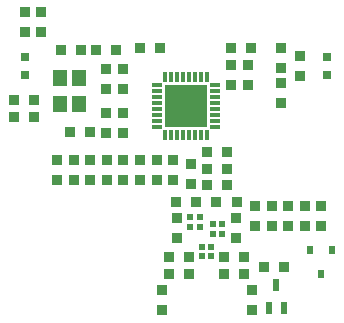
<source format=gtp>
G04 #@! TF.GenerationSoftware,KiCad,Pcbnew,7.0.7*
G04 #@! TF.CreationDate,2024-01-15T15:13:53+00:00*
G04 #@! TF.ProjectId,cardboard,63617264-626f-4617-9264-2e6b69636164,rev?*
G04 #@! TF.SameCoordinates,Original*
G04 #@! TF.FileFunction,Paste,Top*
G04 #@! TF.FilePolarity,Positive*
%FSLAX46Y46*%
G04 Gerber Fmt 4.6, Leading zero omitted, Abs format (unit mm)*
G04 Created by KiCad (PCBNEW 7.0.7) date 2024-01-15 15:13:53*
%MOMM*%
%LPD*%
G01*
G04 APERTURE LIST*
G04 Aperture macros list*
%AMRoundRect*
0 Rectangle with rounded corners*
0 $1 Rounding radius*
0 $2 $3 $4 $5 $6 $7 $8 $9 X,Y pos of 4 corners*
0 Add a 4 corners polygon primitive as box body*
4,1,4,$2,$3,$4,$5,$6,$7,$8,$9,$2,$3,0*
0 Add four circle primitives for the rounded corners*
1,1,$1+$1,$2,$3*
1,1,$1+$1,$4,$5*
1,1,$1+$1,$6,$7*
1,1,$1+$1,$8,$9*
0 Add four rect primitives between the rounded corners*
20,1,$1+$1,$2,$3,$4,$5,0*
20,1,$1+$1,$4,$5,$6,$7,0*
20,1,$1+$1,$6,$7,$8,$9,0*
20,1,$1+$1,$8,$9,$2,$3,0*%
G04 Aperture macros list end*
%ADD10RoundRect,0.225000X0.225000X-0.225000X0.225000X0.225000X-0.225000X0.225000X-0.225000X-0.225000X0*%
%ADD11R,0.600000X0.600000*%
%ADD12RoundRect,0.225000X-0.225000X0.225000X-0.225000X-0.225000X0.225000X-0.225000X0.225000X0.225000X0*%
%ADD13RoundRect,0.225000X-0.225000X-0.225000X0.225000X-0.225000X0.225000X0.225000X-0.225000X0.225000X0*%
%ADD14R,0.500000X1.000000*%
%ADD15R,1.200000X1.400000*%
%ADD16R,0.800000X0.800000*%
%ADD17RoundRect,0.225000X0.225000X0.225000X-0.225000X0.225000X-0.225000X-0.225000X0.225000X-0.225000X0*%
%ADD18R,0.600000X0.700000*%
%ADD19R,0.850000X0.300000*%
%ADD20R,0.300000X0.850000*%
%ADD21R,3.600000X3.600000*%
G04 APERTURE END LIST*
D10*
X92215000Y-60320000D03*
X92215000Y-58620000D03*
D11*
X107015000Y-75970000D03*
X107015000Y-76770000D03*
X106215000Y-76770000D03*
X106215000Y-75970000D03*
D12*
X111715000Y-75020000D03*
X111715000Y-76720000D03*
D13*
X104450000Y-79370000D03*
X106150000Y-79370000D03*
D14*
X112865000Y-83670000D03*
X114165000Y-83670000D03*
X113515000Y-81670000D03*
D13*
X109050000Y-80770000D03*
X110750000Y-80770000D03*
D15*
X95225000Y-64190000D03*
X96825000Y-64190000D03*
X95225000Y-66390000D03*
X96825000Y-66390000D03*
D10*
X109715000Y-64770000D03*
X109715000Y-63070000D03*
X99125000Y-68840000D03*
X99125000Y-67140000D03*
X115515000Y-64020000D03*
X115515000Y-62320000D03*
X105100000Y-77720000D03*
X105100000Y-76020000D03*
D12*
X103375000Y-71090000D03*
X103375000Y-72790000D03*
D13*
X104450000Y-80770000D03*
X106150000Y-80770000D03*
D10*
X115915000Y-76720000D03*
X115915000Y-75020000D03*
D12*
X114515000Y-75020000D03*
X114515000Y-76720000D03*
D10*
X113915000Y-63320000D03*
X113915000Y-61620000D03*
D13*
X95265000Y-61770000D03*
X96965000Y-61770000D03*
D10*
X106300000Y-73120000D03*
X106300000Y-71420000D03*
D13*
X109050000Y-79370000D03*
X110750000Y-79370000D03*
D12*
X110100000Y-76020000D03*
X110100000Y-77720000D03*
X94975000Y-71090000D03*
X94975000Y-72790000D03*
D16*
X117815000Y-62420000D03*
X117815000Y-63920000D03*
D17*
X99965000Y-61770000D03*
X98265000Y-61770000D03*
D10*
X111415000Y-83820000D03*
X111415000Y-82120000D03*
D11*
X107200000Y-78470000D03*
X108000000Y-78470000D03*
X108000000Y-79270000D03*
X107200000Y-79270000D03*
D12*
X104775000Y-71090000D03*
X104775000Y-72790000D03*
D10*
X100525000Y-65140000D03*
X100525000Y-63440000D03*
X113915000Y-66320000D03*
X113915000Y-64620000D03*
D17*
X103665000Y-61670000D03*
X101965000Y-61670000D03*
D13*
X107650000Y-71870000D03*
X109350000Y-71870000D03*
D17*
X92965000Y-67470000D03*
X91265000Y-67470000D03*
D10*
X100525000Y-68840000D03*
X100525000Y-67140000D03*
X93615000Y-60320000D03*
X93615000Y-58620000D03*
D13*
X105050000Y-74670000D03*
X106750000Y-74670000D03*
D12*
X99175000Y-71090000D03*
X99175000Y-72790000D03*
X96375000Y-71090000D03*
X96375000Y-72790000D03*
D17*
X97775000Y-68790000D03*
X96075000Y-68790000D03*
D10*
X103815000Y-83820000D03*
X103815000Y-82120000D03*
X117315000Y-76720000D03*
X117315000Y-75020000D03*
D12*
X100575000Y-71090000D03*
X100575000Y-72790000D03*
D11*
X108150000Y-77370000D03*
X108150000Y-76570000D03*
X108950000Y-76570000D03*
X108950000Y-77370000D03*
D13*
X91265000Y-66070000D03*
X92965000Y-66070000D03*
X109665000Y-61670000D03*
X111365000Y-61670000D03*
D12*
X101975000Y-71090000D03*
X101975000Y-72790000D03*
D10*
X99125000Y-65140000D03*
X99125000Y-63440000D03*
D12*
X97775000Y-71090000D03*
X97775000Y-72790000D03*
D18*
X118265000Y-78770000D03*
X116365000Y-78770000D03*
X117315000Y-80770000D03*
D17*
X109350000Y-73270000D03*
X107650000Y-73270000D03*
X114165000Y-80170000D03*
X112465000Y-80170000D03*
D13*
X108450000Y-74670000D03*
X110150000Y-74670000D03*
X107650000Y-70470000D03*
X109350000Y-70470000D03*
D16*
X92215000Y-62420000D03*
X92215000Y-63920000D03*
D10*
X111115000Y-64770000D03*
X111115000Y-63070000D03*
X113115000Y-76720000D03*
X113115000Y-75020000D03*
D19*
X103425000Y-64790000D03*
X103425000Y-65290000D03*
X103425000Y-65790000D03*
X103425000Y-66290000D03*
X103425000Y-66790000D03*
X103425000Y-67290000D03*
X103425000Y-67790000D03*
X103425000Y-68290000D03*
D20*
X104125000Y-68990000D03*
X104625000Y-68990000D03*
X105125000Y-68990000D03*
X105625000Y-68990000D03*
X106125000Y-68990000D03*
X106625000Y-68990000D03*
X107125000Y-68990000D03*
X107625000Y-68990000D03*
D19*
X108325000Y-68290000D03*
X108325000Y-67790000D03*
X108325000Y-67290000D03*
X108325000Y-66790000D03*
X108325000Y-66290000D03*
X108325000Y-65790000D03*
X108325000Y-65290000D03*
X108325000Y-64790000D03*
D20*
X107625000Y-64090000D03*
X107125000Y-64090000D03*
X106625000Y-64090000D03*
X106125000Y-64090000D03*
X105625000Y-64090000D03*
X105125000Y-64090000D03*
X104625000Y-64090000D03*
X104125000Y-64090000D03*
D21*
X105875000Y-66540000D03*
M02*

</source>
